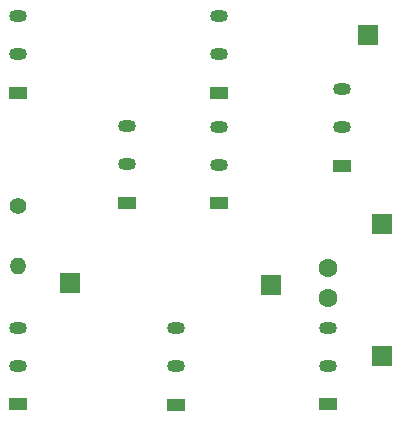
<source format=gbr>
%TF.GenerationSoftware,KiCad,Pcbnew,9.0.0*%
%TF.CreationDate,2025-03-31T12:23:45-05:00*%
%TF.ProjectId,Proyecto_prueba,50726f79-6563-4746-9f5f-707275656261,rev?*%
%TF.SameCoordinates,Original*%
%TF.FileFunction,Copper,L1,Top*%
%TF.FilePolarity,Positive*%
%FSLAX46Y46*%
G04 Gerber Fmt 4.6, Leading zero omitted, Abs format (unit mm)*
G04 Created by KiCad (PCBNEW 9.0.0) date 2025-03-31 12:23:45*
%MOMM*%
%LPD*%
G01*
G04 APERTURE LIST*
%TA.AperFunction,ComponentPad*%
%ADD10R,1.500000X1.050000*%
%TD*%
%TA.AperFunction,ComponentPad*%
%ADD11O,1.500000X1.050000*%
%TD*%
%TA.AperFunction,ComponentPad*%
%ADD12R,1.700000X1.700000*%
%TD*%
%TA.AperFunction,ComponentPad*%
%ADD13C,1.400000*%
%TD*%
%TA.AperFunction,ComponentPad*%
%ADD14O,1.400000X1.400000*%
%TD*%
%TA.AperFunction,ComponentPad*%
%ADD15C,1.600000*%
%TD*%
G04 APERTURE END LIST*
D10*
%TO.P,Q4,1,S*%
%TO.N,GND*%
X136600000Y-99470000D03*
D11*
%TO.P,Q4,2,G*%
%TO.N,Net-(Q1-D)*%
X136600000Y-96200000D03*
%TO.P,Q4,3,D*%
%TO.N,Net-(J5-Pin_1)*%
X136600000Y-92970000D03*
%TD*%
D12*
%TO.P,J4,1,Pin_1*%
%TO.N,Net-(J4-Pin_1)*%
X114800000Y-89200000D03*
%TD*%
D10*
%TO.P,Q2,1,D*%
%TO.N,Net-(Q2-D)*%
X110400000Y-73100000D03*
D11*
%TO.P,Q2,2,G*%
X110400000Y-69830000D03*
%TO.P,Q2,3,S*%
%TO.N,+5V*%
X110400000Y-66600000D03*
%TD*%
D12*
%TO.P,J2,1,Pin_1*%
%TO.N,GND*%
X141200000Y-95400000D03*
%TD*%
D10*
%TO.P,Q8,1,D*%
%TO.N,Net-(J5-Pin_1)*%
X137800000Y-79270000D03*
D11*
%TO.P,Q8,2,G*%
%TO.N,Net-(Q6-D)*%
X137800000Y-76000000D03*
%TO.P,Q8,3,S*%
%TO.N,+5V*%
X137800000Y-72770000D03*
%TD*%
D13*
%TO.P,R1,1*%
%TO.N,+5V*%
X110400000Y-82660000D03*
D14*
%TO.P,R1,2*%
%TO.N,Net-(Q1-D)*%
X110400000Y-87740000D03*
%TD*%
D12*
%TO.P,J3,1,Pin_1*%
%TO.N,Net-(J3-Pin_1)*%
X131800000Y-89400000D03*
%TD*%
D15*
%TO.P,C1,1*%
%TO.N,Net-(Q6-D)*%
X136600000Y-87950000D03*
%TO.P,C1,2*%
%TO.N,Net-(J5-Pin_1)*%
X136600000Y-90450000D03*
%TD*%
D10*
%TO.P,Q1,1,S*%
%TO.N,GND*%
X110400000Y-99470000D03*
D11*
%TO.P,Q1,2,G*%
%TO.N,Net-(Q1-D)*%
X110400000Y-96200000D03*
%TO.P,Q1,3,D*%
X110400000Y-92970000D03*
%TD*%
D12*
%TO.P,J5,1,Pin_1*%
%TO.N,Net-(J5-Pin_1)*%
X141200000Y-84200000D03*
%TD*%
D10*
%TO.P,Q6,1,S*%
%TO.N,Net-(Q3-D)*%
X127360000Y-82450000D03*
D11*
%TO.P,Q6,2,G*%
%TO.N,Net-(J3-Pin_1)*%
X127360000Y-79180000D03*
%TO.P,Q6,3,D*%
%TO.N,Net-(Q6-D)*%
X127360000Y-75950000D03*
%TD*%
D12*
%TO.P,J1,1,Pin_1*%
%TO.N,+5V*%
X140000000Y-68200000D03*
%TD*%
D10*
%TO.P,Q5,1,S*%
%TO.N,Net-(Q3-D)*%
X119600000Y-82400000D03*
D11*
%TO.P,Q5,2,G*%
%TO.N,Net-(J4-Pin_1)*%
X119600000Y-79130000D03*
%TO.P,Q5,3,D*%
%TO.N,Net-(Q2-D)*%
X119600000Y-75900000D03*
%TD*%
D10*
%TO.P,Q7,1,D*%
%TO.N,Net-(Q6-D)*%
X127360000Y-73080000D03*
D11*
%TO.P,Q7,2,G*%
%TO.N,Net-(Q2-D)*%
X127360000Y-69810000D03*
%TO.P,Q7,3,S*%
%TO.N,+5V*%
X127360000Y-66580000D03*
%TD*%
D10*
%TO.P,Q3,1,S*%
%TO.N,GND*%
X123760000Y-99500000D03*
D11*
%TO.P,Q3,2,G*%
%TO.N,Net-(Q1-D)*%
X123760000Y-96230000D03*
%TO.P,Q3,3,D*%
%TO.N,Net-(Q3-D)*%
X123760000Y-93000000D03*
%TD*%
M02*

</source>
